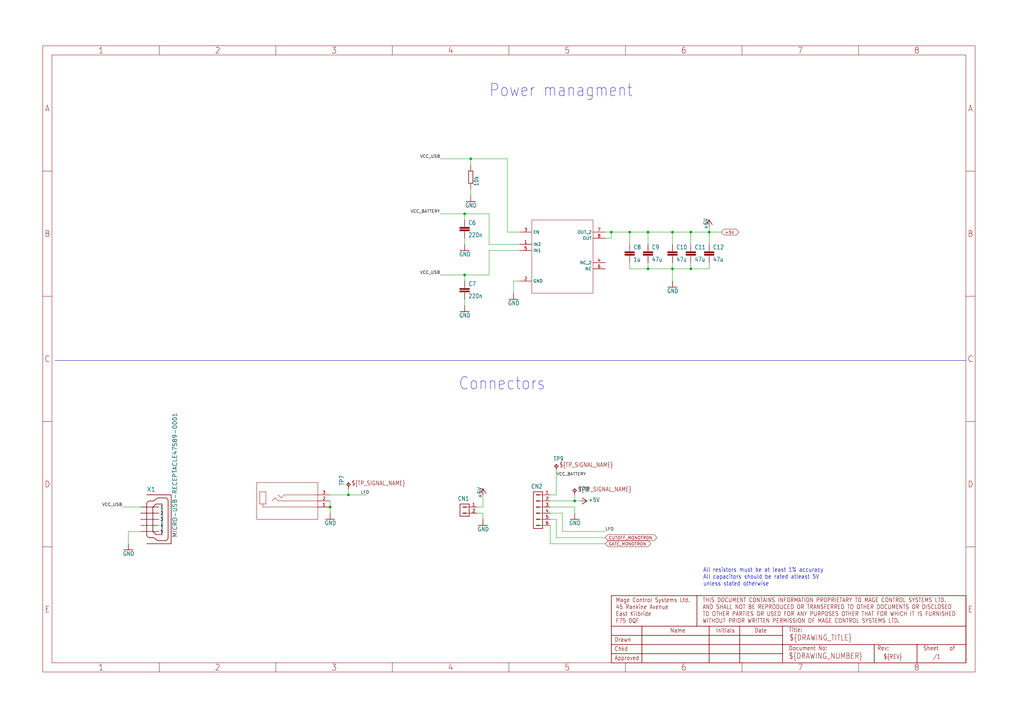
<source format=kicad_sch>
(kicad_sch (version 20230121) (generator eeschema)
  (paper "User" 425.45 298.602)
  (lib_symbols
    (symbol "Monotron-002-eagle-import:+5V" (power)
      (property "Value" "+5V" (at -2.54 -5.08 90))
      (symbol "+5V_1_0"
        (polyline (pts (xy 0 0) (xy -1.27 -1.905)) (stroke (width 0.254)))
        (polyline (pts (xy 1.27 -1.905) (xy 0 0)) (stroke (width 0.254)))
        (pin power_in line (at 0 -2.54 90) (length 2.54) (name "+5V") (number "1"))
      )
    )
    (symbol "Monotron-002-eagle-import:A3L_GENERIC_BORDER"
      (symbol "A3L_GENERIC_BORDER_1_0"
        (polyline (pts (xy 0 52.07) (xy 3.81 52.07)))
        (polyline (pts (xy 0 104.14) (xy 3.81 104.14)))
        (polyline (pts (xy 0 156.21) (xy 3.81 156.21)))
        (polyline (pts (xy 0 208.28) (xy 3.81 208.28)))
        (polyline (pts (xy 3.81 3.81) (xy 3.81 256.54)))
        (polyline (pts (xy 48.4188 0) (xy 48.4188 3.81)))
        (polyline (pts (xy 48.4188 256.54) (xy 48.4188 260.35)))
        (polyline (pts (xy 96.8375 0) (xy 96.8375 3.81)))
        (polyline (pts (xy 96.8375 256.54) (xy 96.8375 260.35)))
        (polyline (pts (xy 145.2563 0) (xy 145.2563 3.81)))
        (polyline (pts (xy 145.2563 256.54) (xy 145.2563 260.35)))
        (polyline (pts (xy 193.675 0) (xy 193.675 3.81)))
        (polyline (pts (xy 193.675 256.54) (xy 193.675 260.35)))
        (polyline (pts (xy 242.0938 0) (xy 242.0938 3.81)))
        (polyline (pts (xy 242.0938 256.54) (xy 242.0938 260.35)))
        (polyline (pts (xy 290.5125 0) (xy 290.5125 3.81)))
        (polyline (pts (xy 290.5125 256.54) (xy 290.5125 260.35)))
        (polyline (pts (xy 338.9313 0) (xy 338.9313 3.81)))
        (polyline (pts (xy 338.9313 256.54) (xy 338.9313 260.35)))
        (polyline (pts (xy 383.54 3.81) (xy 3.81 3.81)))
        (polyline (pts (xy 383.54 3.81) (xy 383.54 256.54)))
        (polyline (pts (xy 383.54 52.07) (xy 387.35 52.07)))
        (polyline (pts (xy 383.54 104.14) (xy 387.35 104.14)))
        (polyline (pts (xy 383.54 156.21) (xy 387.35 156.21)))
        (polyline (pts (xy 383.54 208.28) (xy 387.35 208.28)))
        (polyline (pts (xy 383.54 256.54) (xy 3.81 256.54)))
        (polyline (pts (xy 0 0) (xy 387.35 0) (xy 387.35 260.35) (xy 0 260.35) (xy 0 0)))
        (text "1" (at 24.2094 1.905 0) (effects (font (size 2.54 2.286))))
        (text "1" (at 24.2094 258.445 0) (effects (font (size 2.54 2.286))))
        (text "2" (at 72.6281 1.905 0) (effects (font (size 2.54 2.286))))
        (text "2" (at 72.6281 258.445 0) (effects (font (size 2.54 2.286))))
        (text "3" (at 121.0469 1.905 0) (effects (font (size 2.54 2.286))))
        (text "3" (at 121.0469 258.445 0) (effects (font (size 2.54 2.286))))
        (text "4" (at 169.4656 1.905 0) (effects (font (size 2.54 2.286))))
        (text "4" (at 169.4656 258.445 0) (effects (font (size 2.54 2.286))))
        (text "5" (at 217.8844 1.905 0) (effects (font (size 2.54 2.286))))
        (text "5" (at 217.8844 258.445 0) (effects (font (size 2.54 2.286))))
        (text "6" (at 266.3031 1.905 0) (effects (font (size 2.54 2.286))))
        (text "6" (at 266.3031 258.445 0) (effects (font (size 2.54 2.286))))
        (text "7" (at 314.7219 1.905 0) (effects (font (size 2.54 2.286))))
        (text "7" (at 314.7219 258.445 0) (effects (font (size 2.54 2.286))))
        (text "8" (at 363.1406 1.905 0) (effects (font (size 2.54 2.286))))
        (text "8" (at 363.1406 258.445 0) (effects (font (size 2.54 2.286))))
        (text "A" (at 1.905 234.315 0) (effects (font (size 2.54 2.286))))
        (text "A" (at 385.445 234.315 0) (effects (font (size 2.54 2.286))))
        (text "B" (at 1.905 182.245 0) (effects (font (size 2.54 2.286))))
        (text "B" (at 385.445 182.245 0) (effects (font (size 2.54 2.286))))
        (text "C" (at 1.905 130.175 0) (effects (font (size 2.54 2.286))))
        (text "C" (at 385.445 130.175 0) (effects (font (size 2.54 2.286))))
        (text "D" (at 1.905 78.105 0) (effects (font (size 2.54 2.286))))
        (text "D" (at 385.445 78.105 0) (effects (font (size 2.54 2.286))))
        (text "E" (at 1.905 26.035 0) (effects (font (size 2.54 2.286))))
        (text "E" (at 385.445 26.035 0) (effects (font (size 2.54 2.286))))
      )
    )
    (symbol "Monotron-002-eagle-import:GND" (power)
      (property "Value" "GND" (at -2.54 -2.54 0))
      (symbol "GND_1_0"
        (polyline (pts (xy -1.905 0) (xy 1.905 0)) (stroke (width 0.254)))
        (pin power_in line (at 0 2.54 270) (length 2.54) (name "GND") (number "1"))
      )
    )
    (symbol "Monotron-002-eagle-import:HDR-1X2-SIP-100"
      (property "Reference" "CN" (at -1.905 2.54 0))
      (symbol "HDR-1X2-SIP-100_1_0"
        (polyline (pts (xy -2.54 -2.54) (xy -0.635 -2.54)) (stroke (width 0.1524)))
        (polyline (pts (xy -2.54 0) (xy -0.635 0)) (stroke (width 0.1524)))
        (polyline (pts (xy -1.905 -3.81) (xy -1.905 1.27)) (stroke (width 0.254)))
        (polyline (pts (xy -1.905 -3.81) (xy 1.905 -3.81)) (stroke (width 0.254)))
        (polyline (pts (xy -0.635 -2.54) (xy 0.635 -2.54)) (stroke (width 0.4064)))
        (polyline (pts (xy -0.635 0) (xy 0.635 0)) (stroke (width 0.4064)))
        (polyline (pts (xy 1.905 1.27) (xy -1.905 1.27)) (stroke (width 0.254)))
        (polyline (pts (xy 1.905 1.27) (xy 1.905 -3.81)) (stroke (width 0.254)))
        (pin passive line (at -5.08 0 0) (length 2.54) (name "1") (number "1"))
        (pin passive line (at -5.08 -2.54 0) (length 2.54) (name "2") (number "2"))
      )
    )
    (symbol "Monotron-002-eagle-import:HDR-1X6-SIP-100"
      (property "Reference" "CN" (at -1.905 7.62 0))
      (symbol "HDR-1X6-SIP-100_1_0"
        (polyline (pts (xy -2.54 -7.62) (xy -0.635 -7.62)) (stroke (width 0.1524)))
        (polyline (pts (xy -2.54 -5.08) (xy -0.635 -5.08)) (stroke (width 0.1524)))
        (polyline (pts (xy -2.54 -2.54) (xy -0.635 -2.54)) (stroke (width 0.1524)))
        (polyline (pts (xy -2.54 0) (xy -0.635 0)) (stroke (width 0.1524)))
        (polyline (pts (xy -2.54 2.54) (xy -0.635 2.54)) (stroke (width 0.1524)))
        (polyline (pts (xy -2.54 5.08) (xy -0.635 5.08)) (stroke (width 0.1524)))
        (polyline (pts (xy -1.905 -8.89) (xy -1.905 6.35)) (stroke (width 0.254)))
        (polyline (pts (xy -1.905 -8.89) (xy 1.905 -8.89)) (stroke (width 0.254)))
        (polyline (pts (xy -0.635 -7.62) (xy 0.635 -7.62)) (stroke (width 0.4064)))
        (polyline (pts (xy -0.635 -5.08) (xy 0.635 -5.08)) (stroke (width 0.4064)))
        (polyline (pts (xy -0.635 -2.54) (xy 0.635 -2.54)) (stroke (width 0.4064)))
        (polyline (pts (xy -0.635 0) (xy 0.635 0)) (stroke (width 0.4064)))
        (polyline (pts (xy -0.635 2.54) (xy 0.635 2.54)) (stroke (width 0.4064)))
        (polyline (pts (xy -0.635 5.08) (xy 0.635 5.08)) (stroke (width 0.4064)))
        (polyline (pts (xy 1.905 6.35) (xy -1.905 6.35)) (stroke (width 0.254)))
        (polyline (pts (xy 1.905 6.35) (xy 1.905 -8.89)) (stroke (width 0.254)))
        (pin passive line (at -5.08 5.08 0) (length 2.54) (name "1") (number "1"))
        (pin passive line (at -5.08 2.54 0) (length 2.54) (name "2") (number "2"))
        (pin passive line (at -5.08 0 0) (length 2.54) (name "3") (number "3"))
        (pin passive line (at -5.08 -2.54 0) (length 2.54) (name "4") (number "4"))
        (pin passive line (at -5.08 -5.08 0) (length 2.54) (name "5") (number "5"))
        (pin passive line (at -5.08 -7.62 0) (length 2.54) (name "6") (number "6"))
      )
    )
    (symbol "Monotron-002-eagle-import:MAGE_CONTROL_TITLE_BLOCK"
      (symbol "MAGE_CONTROL_TITLE_BLOCK_1_0"
        (polyline (pts (xy -147.32 3.81) (xy -147.32 0)) (stroke (width 0.254)))
        (polyline (pts (xy -147.32 7.62) (xy -147.32 3.81)) (stroke (width 0.254)))
        (polyline (pts (xy -147.32 11.43) (xy -147.32 7.62)) (stroke (width 0.254)))
        (polyline (pts (xy -147.32 15.24) (xy -147.32 11.43)) (stroke (width 0.254)))
        (polyline (pts (xy -147.32 15.24) (xy -134.62 15.24)) (stroke (width 0.254)))
        (polyline (pts (xy -147.32 27.94) (xy -147.32 15.24)) (stroke (width 0.254)))
        (polyline (pts (xy -134.62 0) (xy -147.32 0)) (stroke (width 0.254)))
        (polyline (pts (xy -134.62 15.24) (xy -134.62 0)) (stroke (width 0.254)))
        (polyline (pts (xy -134.62 15.24) (xy -111.76 15.24)) (stroke (width 0.254)))
        (polyline (pts (xy -111.76 15.24) (xy -111.76 27.94)) (stroke (width 0.254)))
        (polyline (pts (xy -111.76 27.94) (xy -147.32 27.94)) (stroke (width 0.254)))
        (polyline (pts (xy -111.76 27.94) (xy 0 27.94)) (stroke (width 0.254)))
        (polyline (pts (xy -106.68 0) (xy -134.62 0)) (stroke (width 0.254)))
        (polyline (pts (xy -106.68 15.24) (xy -111.76 15.24)) (stroke (width 0.254)))
        (polyline (pts (xy -106.68 15.24) (xy -106.68 0)) (stroke (width 0.254)))
        (polyline (pts (xy -93.98 0) (xy -106.68 0)) (stroke (width 0.254)))
        (polyline (pts (xy -93.98 15.24) (xy -106.68 15.24)) (stroke (width 0.254)))
        (polyline (pts (xy -93.98 15.24) (xy -93.98 0)) (stroke (width 0.254)))
        (polyline (pts (xy -76.2 0) (xy -93.98 0)) (stroke (width 0.254)))
        (polyline (pts (xy -76.2 0) (xy -38.1 0)) (stroke (width 0.254)))
        (polyline (pts (xy -76.2 3.81) (xy -147.32 3.81)) (stroke (width 0.254)))
        (polyline (pts (xy -76.2 3.81) (xy -76.2 0)) (stroke (width 0.254)))
        (polyline (pts (xy -76.2 7.62) (xy -147.32 7.62)) (stroke (width 0.254)))
        (polyline (pts (xy -76.2 7.62) (xy -76.2 3.81)) (stroke (width 0.254)))
        (polyline (pts (xy -76.2 7.62) (xy -38.1 7.62)) (stroke (width 0.254)))
        (polyline (pts (xy -76.2 11.43) (xy -147.32 11.43)) (stroke (width 0.254)))
        (polyline (pts (xy -76.2 11.43) (xy -76.2 7.62)) (stroke (width 0.254)))
        (polyline (pts (xy -76.2 15.24) (xy -93.98 15.24)) (stroke (width 0.254)))
        (polyline (pts (xy -76.2 15.24) (xy -76.2 11.43)) (stroke (width 0.254)))
        (polyline (pts (xy -38.1 0) (xy -20.32 0)) (stroke (width 0.254)))
        (polyline (pts (xy -38.1 7.62) (xy -38.1 0)) (stroke (width 0.254)))
        (polyline (pts (xy -38.1 7.62) (xy -20.32 7.62)) (stroke (width 0.254)))
        (polyline (pts (xy -20.32 0) (xy -20.32 7.62)) (stroke (width 0.254)))
        (polyline (pts (xy -20.32 0) (xy 0 0)) (stroke (width 0.254)))
        (polyline (pts (xy -20.32 7.62) (xy 0 7.62)) (stroke (width 0.254)))
        (polyline (pts (xy 0 0) (xy 0 7.62)) (stroke (width 0.254)))
        (polyline (pts (xy 0 7.62) (xy 0 15.24)) (stroke (width 0.254)))
        (polyline (pts (xy 0 15.24) (xy -76.2 15.24)) (stroke (width 0.254)))
        (polyline (pts (xy 0 27.94) (xy 0 15.24)) (stroke (width 0.254)))
        (text "${#}/${##}" (at -13.716 1.524 0) (effects (font (size 1.778 1.5113)) (justify left bottom)))
        (text "${DRAWING_NUMBER}" (at -73.66 1.524 0) (effects (font (size 2.286 1.9431)) (justify left bottom)))
        (text "${DRAWING_TITLE}" (at -73.406 9.144 0) (effects (font (size 2.286 1.9431)) (justify left bottom)))
        (text "${REV}" (at -34.29 1.524 0) (effects (font (size 1.778 1.5113)) (justify left bottom)))
        (text "Approved" (at -146.05 1.016 0) (effects (font (size 1.778 1.5113)) (justify left bottom)))
        (text "Chkd" (at -146.05 4.826 0) (effects (font (size 1.778 1.5113)) (justify left bottom)))
        (text "Date" (at -87.884 12.446 0) (effects (font (size 1.778 1.5113)) (justify left bottom)))
        (text "Document No:" (at -73.66 5.08 0) (effects (font (size 1.778 1.5113)) (justify left bottom)))
        (text "Drawn" (at -146.05 8.636 0) (effects (font (size 1.778 1.5113)) (justify left bottom)))
        (text "Initials" (at -103.886 12.446 0) (effects (font (size 1.778 1.5113)) (justify left bottom)))
        (text "Mage Control Systems Ltd.\n45 Rankine Avenue\nEast Kilbride\nF75 0QF" (at -145.542 16.51 0) (effects (font (size 1.778 1.5113)) (justify left bottom)))
        (text "Name" (at -122.936 12.446 0) (effects (font (size 1.778 1.5113)) (justify left bottom)))
        (text "Rev:" (at -36.83 5.08 0) (effects (font (size 1.778 1.5113)) (justify left bottom)))
        (text "Sheet    of" (at -17.78 5.08 0) (effects (font (size 1.778 1.5113)) (justify left bottom)))
        (text "THIS DOCUMENT CONTAINS INFORMATION PROPRIETARY TO MAGE CONTROL SYSTEMS LTD.\nAND SHALL NOT BE REPRODUCED OR TRANSFERRED TO OTHER DOCUMENTS OR DISCLOSED\nTO OTHER PARTIES OR USED FOR ANY PURPOSES OTHER THAT FOR WHICH IT IS FURNISHED\nWITHOUT PRIOR WRITTEN PERMISSION OF MAGE CONTROL SYSTEMS LTD." (at -109.474 16.51 0) (effects (font (size 1.778 1.5113)) (justify left bottom)))
        (text "Title:" (at -73.66 12.7 0) (effects (font (size 1.778 1.5113)) (justify left bottom)))
      )
    )
    (symbol "Monotron-002-eagle-import:MICRO-USB-RECEPTACLE47589-0001"
      (property "Reference" "X" (at -2.54 11.43 0))
      (symbol "MICRO-USB-RECEPTACLE47589-0001_1_0"
        (arc (start -2.54 -6.35) (mid -2.168 -7.248) (end -1.27 -7.62) (stroke (width 0.254)))
        (arc (start -1.27 7.62) (mid -2.168 7.248) (end -2.54 6.35) (stroke (width 0.254)))
        (polyline (pts (xy -2.54 6.35) (xy -2.54 -6.35)) (stroke (width 0.254)))
        (polyline (pts (xy -2.54 10.16) (xy 7.62 10.16)) (stroke (width 0.254)))
        (polyline (pts (xy -1.27 -7.62) (xy 0 -7.62)) (stroke (width 0.254)))
        (polyline (pts (xy -1.27 7.62) (xy 0 7.62)) (stroke (width 0.254)))
        (polyline (pts (xy 0 -5.08) (xy 1.27 -6.35)) (stroke (width 0.254)))
        (polyline (pts (xy 0 5.08) (xy 0 -5.08)) (stroke (width 0.254)))
        (polyline (pts (xy 1.27 -6.35) (xy 3.81 -6.35)) (stroke (width 0.254)))
        (polyline (pts (xy 1.27 6.35) (xy 0 5.08)) (stroke (width 0.254)))
        (polyline (pts (xy 2.54 -8.89) (xy 5.08 -8.89)) (stroke (width 0.254)))
        (polyline (pts (xy 2.54 8.89) (xy 5.08 8.89)) (stroke (width 0.254)))
        (polyline (pts (xy 3.81 -6.35) (xy 3.81 6.35)) (stroke (width 0.254)))
        (polyline (pts (xy 3.81 6.35) (xy 1.27 6.35)) (stroke (width 0.254)))
        (polyline (pts (xy 6.35 -7.62) (xy 6.35 7.62)) (stroke (width 0.254)))
        (polyline (pts (xy 7.62 -10.16) (xy -2.54 -10.16)) (stroke (width 0.254)))
        (polyline (pts (xy 7.62 10.16) (xy 7.62 -10.16)) (stroke (width 0.254)))
        (arc (start 0 7.62) (mid 0.568 7.7541) (end 1.016 8.128) (stroke (width 0.254)))
        (arc (start 1.016 -8.128) (mid 0.568 -7.7541) (end 0 -7.62) (stroke (width 0.254)))
        (arc (start 1.016 -8.128) (mid 1.6881 -8.6889) (end 2.5401 -8.89) (stroke (width 0.254)))
        (arc (start 2.5401 8.89) (mid 1.6881 8.6889) (end 1.016 8.128) (stroke (width 0.254)))
        (arc (start 5.08 -8.89) (mid 5.978 -8.518) (end 6.35 -7.62) (stroke (width 0.254)))
        (arc (start 6.35 7.62) (mid 5.978 8.518) (end 5.08 8.89) (stroke (width 0.254)))
        (pin input line (at -5.08 5.08 0) (length 7.62) (name "1") (number "1"))
        (pin input line (at -5.08 2.54 0) (length 7.62) (name "2") (number "2"))
        (pin input line (at -5.08 0 0) (length 7.62) (name "3") (number "3"))
        (pin input line (at -5.08 -2.54 0) (length 7.62) (name "4") (number "4"))
        (pin input line (at -5.08 -5.08 0) (length 7.62) (name "5") (number "5"))
      )
    )
    (symbol "Monotron-002-eagle-import:R-EU_R0603"
      (property "Reference" "R" (at -3.81 1.4986 0))
      (symbol "R-EU_R0603_1_0"
        (polyline (pts (xy -2.54 -0.889) (xy -2.54 0.889)) (stroke (width 0.254)))
        (polyline (pts (xy -2.54 -0.889) (xy 2.54 -0.889)) (stroke (width 0.254)))
        (polyline (pts (xy 2.54 -0.889) (xy 2.54 0.889)) (stroke (width 0.254)))
        (polyline (pts (xy 2.54 0.889) (xy -2.54 0.889)) (stroke (width 0.254)))
        (pin passive line (at -5.08 0 0) (length 2.54) (name "1") (number "1"))
        (pin passive line (at 5.08 0 180) (length 2.54) (name "2") (number "2"))
      )
    )
    (symbol "Monotron-002-eagle-import:STX-3000"
      (symbol "STX-3000_1_0"
        (polyline (pts (xy -33.02 -10.16) (xy -7.62 -10.16)) (stroke (width 0.1524)))
        (polyline (pts (xy -33.02 5.08) (xy -33.02 -10.16)) (stroke (width 0.1524)))
        (polyline (pts (xy -31.75 -6.35) (xy -31.75 -1.27)) (stroke (width 0.1524)))
        (polyline (pts (xy -31.75 -1.27) (xy -29.21 -1.27)) (stroke (width 0.1524)))
        (polyline (pts (xy -30.48 0) (xy -30.48 -1.27)) (stroke (width 0.1524)))
        (polyline (pts (xy -29.21 -6.35) (xy -31.75 -6.35)) (stroke (width 0.1524)))
        (polyline (pts (xy -29.21 -1.27) (xy -29.21 -6.35)) (stroke (width 0.1524)))
        (polyline (pts (xy -25.4 -3.81) (xy -26.67 -2.54)) (stroke (width 0.1524)))
        (polyline (pts (xy -25.4 -3.81) (xy -24.13 -2.54)) (stroke (width 0.1524)))
        (polyline (pts (xy -22.86 -3.81) (xy -24.13 -5.08)) (stroke (width 0.1524)))
        (polyline (pts (xy -21.59 -5.08) (xy -22.86 -3.81)) (stroke (width 0.1524)))
        (polyline (pts (xy -7.62 -10.16) (xy -7.62 -5.08)) (stroke (width 0.1524)))
        (polyline (pts (xy -7.62 -5.08) (xy -21.59 -5.08)) (stroke (width 0.1524)))
        (polyline (pts (xy -7.62 -5.08) (xy -7.62 -2.54)) (stroke (width 0.1524)))
        (polyline (pts (xy -7.62 -2.54) (xy -24.13 -2.54)) (stroke (width 0.1524)))
        (polyline (pts (xy -7.62 -2.54) (xy -7.62 0)) (stroke (width 0.1524)))
        (polyline (pts (xy -7.62 0) (xy -30.48 0)) (stroke (width 0.1524)))
        (polyline (pts (xy -7.62 0) (xy -7.62 5.08)) (stroke (width 0.1524)))
        (polyline (pts (xy -7.62 5.08) (xy -33.02 5.08)) (stroke (width 0.1524)))
        (pin passive line (at -2.54 0 180) (length 5.08) (name "1") (number "1"))
        (pin passive line (at -2.54 -2.54 180) (length 5.08) (name "2") (number "2"))
        (pin passive line (at -2.54 -5.08 180) (length 5.08) (name "3") (number "3"))
      )
    )
    (symbol "Monotron-002-eagle-import:TPB1,27"
      (property "Reference" "TP" (at -1.27 1.27 0))
      (symbol "TPB1,27_1_0"
        (polyline (pts (xy -0.762 -0.762) (xy 0 0)) (stroke (width 0.254)))
        (polyline (pts (xy 0 -1.524) (xy -0.762 -0.762)) (stroke (width 0.254)))
        (polyline (pts (xy 0 0) (xy 0.762 -0.762)) (stroke (width 0.254)))
        (polyline (pts (xy 0.762 -0.762) (xy 0 -1.524)) (stroke (width 0.254)))
        (text "${TP_SIGNAL_NAME}" (at 1.27 -1.27 0) (effects (font (size 1.778 1.5113)) (justify left bottom)))
        (pin input line (at 0 -2.54 90) (length 2.54) (name "TP") (number "TP"))
      )
    )
    (symbol "Monotron-002-eagle-import:TPS2105D"
      (symbol "TPS2105D_1_0"
        (polyline (pts (xy 7.62 -25.4) (xy 33.02 -25.4)) (stroke (width 0.1524)))
        (polyline (pts (xy 7.62 5.08) (xy 7.62 -25.4)) (stroke (width 0.1524)))
        (polyline (pts (xy 33.02 -25.4) (xy 33.02 5.08)) (stroke (width 0.1524)))
        (polyline (pts (xy 33.02 5.08) (xy 7.62 5.08)) (stroke (width 0.1524)))
        (pin input line (at 2.54 -5.08 0) (length 5.08) (name "IN2") (number "1"))
        (pin power_in line (at 2.54 -20.32 0) (length 5.08) (name "GND") (number "2"))
        (pin input line (at 2.54 0 0) (length 5.08) (name "EN") (number "3"))
        (pin passive line (at 38.1 -12.7 180) (length 5.08) (name "NC_2") (number "4"))
        (pin input line (at 2.54 -7.62 0) (length 5.08) (name "IN1") (number "5"))
        (pin passive line (at 38.1 -15.24 180) (length 5.08) (name "NC") (number "6"))
        (pin output line (at 38.1 0 180) (length 5.08) (name "OUT_2") (number "7"))
        (pin output line (at 38.1 -2.54 180) (length 5.08) (name "OUT") (number "8"))
      )
    )
    (symbol "Monotron-002-eagle-import:rcl_C-EUC0603"
      (property "Reference" "C" (at 1.524 0.381 0))
      (symbol "rcl_C-EUC0603_1_0"
        (rectangle (start -2.032 -2.032) (end 2.032 -1.524) (fill (type outline)))
        (rectangle (start -2.032 -1.016) (end 2.032 -0.508) (fill (type outline)))
        (polyline (pts (xy 0 -2.54) (xy 0 -2.032)) (stroke (width 0.1524)))
        (polyline (pts (xy 0 0) (xy 0 -0.508)) (stroke (width 0.1524)))
        (pin passive line (at 0 2.54 270) (length 2.54) (name "1") (number "1"))
        (pin passive line (at 0 -5.08 90) (length 2.54) (name "2") (number "2"))
      )
    )
    (symbol "Monotron-002-eagle-import:rcl_C-EUC0805"
      (property "Reference" "C" (at 1.524 0.381 0))
      (symbol "rcl_C-EUC0805_1_0"
        (rectangle (start -2.032 -2.032) (end 2.032 -1.524) (fill (type outline)))
        (rectangle (start -2.032 -1.016) (end 2.032 -0.508) (fill (type outline)))
        (polyline (pts (xy 0 -2.54) (xy 0 -2.032)) (stroke (width 0.1524)))
        (polyline (pts (xy 0 0) (xy 0 -0.508)) (stroke (width 0.1524)))
        (pin passive line (at 0 2.54 270) (length 2.54) (name "1") (number "1"))
        (pin passive line (at 0 -5.08 90) (length 2.54) (name "2") (number "2"))
      )
    )
  )
  (junction (at 287.02 111.76))
  (junction (at 193.04 114.3))
  (junction (at 238.76 208.28))
  (junction (at 294.64 96.52))
  (junction (at 144.78 205.74))
  (junction (at 193.04 88.9))
  (junction (at 269.24 111.76))
  (junction (at 261.62 96.52))
  (junction (at 137.16 210.82))
  (junction (at 254 96.52))
  (junction (at 287.02 96.52))
  (junction (at 269.24 96.52))
  (junction (at 279.4 96.52))
  (junction (at 195.58 66.04))
  (junction (at 279.4 111.76))
  (wire (pts (xy 195.58 68.58) (xy 195.58 66.04)) (stroke (width 0.1524)))
  (wire (pts (xy 215.9 96.52) (xy 210.82 96.52)) (stroke (width 0.1524)))
  (wire (pts (xy 231.14 205.74) (xy 231.14 195.58)) (stroke (width 0.1524)))
  (wire (pts (xy 231.14 205.74) (xy 228.6 205.74)) (stroke (width 0.1524)))
  (wire (pts (xy 279.4 111.76) (xy 279.4 116.84)) (stroke (width 0.1524)))
  (wire (pts (xy 210.82 66.04) (xy 195.58 66.04)) (stroke (width 0.1524)))
  (wire (pts (xy 228.6 215.9) (xy 231.14 215.9)) (stroke (width 0.1524)))
  (wire (pts (xy 261.62 109.22) (xy 261.62 111.76)) (stroke (width 0.1524)))
  (wire (pts (xy 203.2 101.6) (xy 203.2 88.9)) (stroke (width 0.1524)))
  (wire (pts (xy 53.34 220.98) (xy 58.42 220.98)) (stroke (width 0.1524)))
  (wire (pts (xy 58.42 210.82) (xy 50.8 210.82)) (stroke (width 0.1524)))
  (wire (pts (xy 228.6 213.36) (xy 233.68 213.36)) (stroke (width 0.1524)))
  (wire (pts (xy 287.02 111.76) (xy 294.64 111.76)) (stroke (width 0.1524)))
  (wire (pts (xy 213.36 121.92) (xy 213.36 116.84)) (stroke (width 0.1524)))
  (wire (pts (xy 228.6 226.06) (xy 228.6 218.44)) (stroke (width 0.1524)))
  (wire (pts (xy 198.12 210.82) (xy 200.66 210.82)) (stroke (width 0.1524)))
  (wire (pts (xy 238.76 205.74) (xy 238.76 208.28)) (stroke (width 0.1524)))
  (wire (pts (xy 203.2 104.14) (xy 203.2 114.3)) (stroke (width 0.1524)))
  (wire (pts (xy 251.46 99.06) (xy 254 99.06)) (stroke (width 0.1524)))
  (wire (pts (xy 269.24 111.76) (xy 279.4 111.76)) (stroke (width 0.1524)))
  (wire (pts (xy 233.68 213.36) (xy 233.68 220.98)) (stroke (width 0.1524)))
  (wire (pts (xy 144.78 205.74) (xy 152.4 205.74)) (stroke (width 0.1524)))
  (wire (pts (xy 287.02 101.6) (xy 287.02 96.52)) (stroke (width 0.1524)))
  (wire (pts (xy 137.16 205.74) (xy 144.78 205.74)) (stroke (width 0.1524)))
  (wire (pts (xy 213.36 116.84) (xy 215.9 116.84)) (stroke (width 0.1524)))
  (wire (pts (xy 269.24 109.22) (xy 269.24 111.76)) (stroke (width 0.1524)))
  (wire (pts (xy 279.4 111.76) (xy 287.02 111.76)) (stroke (width 0.1524)))
  (wire (pts (xy 279.4 96.52) (xy 287.02 96.52)) (stroke (width 0.1524)))
  (wire (pts (xy 261.62 111.76) (xy 269.24 111.76)) (stroke (width 0.1524)))
  (wire (pts (xy 279.4 96.52) (xy 269.24 96.52)) (stroke (width 0.1524)))
  (wire (pts (xy 137.16 210.82) (xy 137.16 213.36)) (stroke (width 0.1524)))
  (wire (pts (xy 193.04 101.6) (xy 193.04 99.06)) (stroke (width 0.1524)))
  (wire (pts (xy 200.66 213.36) (xy 198.12 213.36)) (stroke (width 0.1524)))
  (wire (pts (xy 238.76 210.82) (xy 238.76 213.36)) (stroke (width 0.1524)))
  (wire (pts (xy 254 96.52) (xy 261.62 96.52)) (stroke (width 0.1524)))
  (wire (pts (xy 294.64 111.76) (xy 294.64 109.22)) (stroke (width 0.1524)))
  (wire (pts (xy 193.04 91.44) (xy 193.04 88.9)) (stroke (width 0.1524)))
  (wire (pts (xy 231.14 223.52) (xy 251.46 223.52)) (stroke (width 0.1524)))
  (wire (pts (xy 193.04 114.3) (xy 182.88 114.3)) (stroke (width 0.1524)))
  (wire (pts (xy 228.6 226.06) (xy 251.46 226.06)) (stroke (width 0.1524)))
  (wire (pts (xy 233.68 220.98) (xy 251.46 220.98)) (stroke (width 0.1524)))
  (wire (pts (xy 231.14 215.9) (xy 231.14 223.52)) (stroke (width 0.1524)))
  (wire (pts (xy 261.62 96.52) (xy 269.24 96.52)) (stroke (width 0.1524)))
  (wire (pts (xy 193.04 116.84) (xy 193.04 114.3)) (stroke (width 0.1524)))
  (wire (pts (xy 279.4 109.22) (xy 279.4 111.76)) (stroke (width 0.1524)))
  (wire (pts (xy 195.58 81.28) (xy 195.58 78.74)) (stroke (width 0.1524)))
  (wire (pts (xy 200.66 215.9) (xy 200.66 213.36)) (stroke (width 0.1524)))
  (wire (pts (xy 238.76 208.28) (xy 241.3 208.28)) (stroke (width 0.1524)))
  (wire (pts (xy 215.9 101.6) (xy 203.2 101.6)) (stroke (width 0.1524)))
  (wire (pts (xy 137.16 208.28) (xy 137.16 210.82)) (stroke (width 0.1524)))
  (wire (pts (xy 228.6 210.82) (xy 238.76 210.82)) (stroke (width 0.1524)))
  (wire (pts (xy 294.64 96.52) (xy 294.64 93.98)) (stroke (width 0.1524)))
  (wire (pts (xy 193.04 88.9) (xy 182.88 88.9)) (stroke (width 0.1524)))
  (wire (pts (xy 294.64 96.52) (xy 294.64 101.6)) (stroke (width 0.1524)))
  (wire (pts (xy 193.04 127) (xy 193.04 124.46)) (stroke (width 0.1524)))
  (wire (pts (xy 269.24 101.6) (xy 269.24 96.52)) (stroke (width 0.1524)))
  (wire (pts (xy 228.6 208.28) (xy 238.76 208.28)) (stroke (width 0.1524)))
  (wire (pts (xy 203.2 114.3) (xy 193.04 114.3)) (stroke (width 0.1524)))
  (wire (pts (xy 203.2 88.9) (xy 193.04 88.9)) (stroke (width 0.1524)))
  (wire (pts (xy 210.82 96.52) (xy 210.82 66.04)) (stroke (width 0.1524)))
  (wire (pts (xy 287.02 96.52) (xy 294.64 96.52)) (stroke (width 0.1524)))
  (wire (pts (xy 195.58 66.04) (xy 182.88 66.04)) (stroke (width 0.1524)))
  (wire (pts (xy 294.64 96.52) (xy 299.72 96.52)) (stroke (width 0.1524)))
  (wire (pts (xy 279.4 101.6) (xy 279.4 96.52)) (stroke (width 0.1524)))
  (wire (pts (xy 261.62 101.6) (xy 261.62 96.52)) (stroke (width 0.1524)))
  (wire (pts (xy 287.02 109.22) (xy 287.02 111.76)) (stroke (width 0.1524)))
  (polyline (pts (xy 22.86 149.86) (xy 401.32 149.86)) (stroke (width 0.1524) (type solid)))
  (wire (pts (xy 254 96.52) (xy 251.46 96.52)) (stroke (width 0.1524)))
  (wire (pts (xy 53.34 226.06) (xy 53.34 220.98)) (stroke (width 0.1524)))
  (wire (pts (xy 200.66 210.82) (xy 200.66 205.74)) (stroke (width 0.1524)))
  (wire (pts (xy 254 99.06) (xy 254 96.52)) (stroke (width 0.1524)))
  (wire (pts (xy 144.78 203.2) (xy 144.78 205.74)) (stroke (width 0.1524)))
  (wire (pts (xy 215.9 104.14) (xy 203.2 104.14)) (stroke (width 0.1524)))
  (text "Power managment" (at 203.2 40.64 0) (effects (font (size 5.08 4.318)) (justify left bottom)))
  (text "Connectors" (at 190.5 162.56 0) (effects (font (size 5.08 4.318)) (justify left bottom)))
  (text "All resistors must be at least 1% accuracy\nAll capacitors should be rated atleast 5V\nunless stated otherwise" (at 292.1 243.84 0) (effects (font (size 1.778 1.5113)) (justify left bottom)))
  (label "LFO" (at 251.46 220.98 0) (effects (font (size 1.2446 1.2446))))
  (label "VCC_USB" (at 50.8 210.82 180) (effects (font (size 1.2446 1.2446))))
  (label "VCC_USB" (at 182.88 66.04 180) (effects (font (size 1.2446 1.2446))))
  (label "VCC_BATTERY" (at 231.14 198.12 0) (effects (font (size 1.2446 1.2446))))
  (label "VCC_BATTERY" (at 182.88 88.9 180) (effects (font (size 1.2446 1.2446))))
  (label "VCC_USB" (at 182.88 114.3 180) (effects (font (size 1.2446 1.2446))))
  (label "LFO" (at 149.86 205.74 0) (effects (font (size 1.2446 1.2446))))
  (global_label "+5V" (shape bidirectional) (at 299.72 96.52 0) (effects (font (size 1.2446 1.2446))) (property "Intersheetrefs" "${INTERSHEET_REFS}" (effects hide)))
  (global_label "CUTOFF_MONOTRON" (shape bidirectional) (at 251.46 223.52 0) (effects (font (size 1.2446 1.2446))) (property "Intersheetrefs" "${INTERSHEET_REFS}" (effects hide)))
  (global_label "GATE_MONOTRON" (shape bidirectional) (at 251.46 226.06 0) (effects (font (size 1.2446 1.2446))) (property "Intersheetrefs" "${INTERSHEET_REFS}" (effects hide)))
  (symbol (lib_id "Monotron-002-eagle-import:GND") (at 279.4 119.38 0) (mirror y) (unit 1)
    (property "Reference" "#GND5" (effects hide))
    (property "Value" "GND" (at 281.94 121.92 0) (effects (font (size 1.778 1.5113)) (justify left bottom)))
  )
  (symbol (lib_id "Monotron-002-eagle-import:+5V") (at 294.64 91.44 0) (unit 1)
    (property "Reference" "#P+4" (effects hide))
    (property "Value" "+5V" (at 292.354 90.678 90) (effects (font (size 1.778 1.5113)) (justify right top)))
  )
  (symbol (lib_id "Monotron-002-eagle-import:STX-3000") (at 139.7 210.82 0) (mirror x) (unit 1)
    (property "Reference" "J4" (effects hide))
    (property "Value" "STX-3000" (effects hide))
    (property "Footprint" "Monotron-002:STX-3000_KYC" (effects hide))
  )
  (symbol (lib_id "Monotron-002-eagle-import:GND") (at 195.58 83.82 0) (mirror y) (unit 1)
    (property "Reference" "#GND4" (effects hide))
    (property "Value" "GND" (at 198.12 86.36 0) (effects (font (size 1.778 1.5113)) (justify left bottom)))
  )
  (symbol (lib_id "Monotron-002-eagle-import:rcl_C-EUC0805") (at 294.64 104.14 0) (unit 1)
    (property "Reference" "C12" (at 296.164 103.759 0) (effects (font (size 1.778 1.5113)) (justify left bottom)))
    (property "Value" "47u" (at 296.164 108.839 0) (effects (font (size 1.778 1.5113)) (justify left bottom)))
    (property "Footprint" "Monotron-002:C0805" (effects hide))
  )
  (symbol (lib_id "Monotron-002-eagle-import:rcl_C-EUC0805") (at 269.24 104.14 0) (unit 1)
    (property "Reference" "C9" (at 270.764 103.759 0) (effects (font (size 1.778 1.5113)) (justify left bottom)))
    (property "Value" "47u" (at 270.764 108.839 0) (effects (font (size 1.778 1.5113)) (justify left bottom)))
    (property "Footprint" "Monotron-002:C0805" (effects hide))
  )
  (symbol (lib_id "Monotron-002-eagle-import:+5V") (at 243.84 208.28 270) (unit 1)
    (property "Reference" "#P+6" (effects hide))
    (property "Value" "+5V" (at 244.348 208.788 90) (effects (font (size 1.778 1.5113)) (justify left bottom)))
  )
  (symbol (lib_id "Monotron-002-eagle-import:rcl_C-EUC0805") (at 287.02 104.14 0) (unit 1)
    (property "Reference" "C11" (at 288.544 103.759 0) (effects (font (size 1.778 1.5113)) (justify left bottom)))
    (property "Value" "47u" (at 288.544 108.839 0) (effects (font (size 1.778 1.5113)) (justify left bottom)))
    (property "Footprint" "Monotron-002:C0805" (effects hide))
  )
  (symbol (lib_id "Monotron-002-eagle-import:rcl_C-EUC0603") (at 261.62 104.14 0) (unit 1)
    (property "Reference" "C8" (at 263.144 103.759 0) (effects (font (size 1.778 1.5113)) (justify left bottom)))
    (property "Value" "1u" (at 263.144 108.839 0) (effects (font (size 1.778 1.5113)) (justify left bottom)))
    (property "Footprint" "Monotron-002:C0603" (effects hide))
  )
  (symbol (lib_id "Monotron-002-eagle-import:rcl_C-EUC0603") (at 193.04 119.38 0) (unit 1)
    (property "Reference" "C7" (at 194.564 118.999 0) (effects (font (size 1.778 1.5113)) (justify left bottom)))
    (property "Value" "220n" (at 194.564 124.079 0) (effects (font (size 1.778 1.5113)) (justify left bottom)))
    (property "Footprint" "Monotron-002:C0603" (effects hide))
  )
  (symbol (lib_id "Monotron-002-eagle-import:MAGE_CONTROL_TITLE_BLOCK") (at 401.32 275.59 0) (unit 1)
    (property "Reference" "#A3" (effects hide))
    (property "Value" "MAGE_CONTROL_TITLE_BLOCK" (effects hide))
  )
  (symbol (lib_id "Monotron-002-eagle-import:GND") (at 53.34 228.6 0) (mirror y) (unit 1)
    (property "Reference" "#GND6" (effects hide))
    (property "Value" "GND" (at 55.88 231.14 0) (effects (font (size 1.778 1.5113)) (justify left bottom)))
  )
  (symbol (lib_id "Monotron-002-eagle-import:TPB1,27") (at 231.14 193.04 0) (unit 1)
    (property "Reference" "TP9" (at 229.87 191.77 0) (effects (font (size 1.778 1.5113)) (justify left bottom)))
    (property "Value" "TPB1,27" (effects hide))
    (property "Footprint" "Monotron-002:B1,27" (effects hide))
  )
  (symbol (lib_id "Monotron-002-eagle-import:HDR-1X2-SIP-100") (at 193.04 210.82 0) (mirror y) (unit 1)
    (property "Reference" "CN1" (at 194.945 208.28 0) (effects (font (size 1.778 1.5113)) (justify left bottom)))
    (property "Value" "HDR-1X2-SIP-100" (effects hide))
    (property "Footprint" "Monotron-002:SIP-100-2V" (effects hide))
  )
  (symbol (lib_id "Monotron-002-eagle-import:+5V") (at 200.66 203.2 0) (unit 1)
    (property "Reference" "#P+5" (effects hide))
    (property "Value" "+5V" (at 198.374 202.438 90) (effects (font (size 1.778 1.5113)) (justify right top)))
  )
  (symbol (lib_id "Monotron-002-eagle-import:GND") (at 193.04 129.54 0) (mirror y) (unit 1)
    (property "Reference" "#GND2" (effects hide))
    (property "Value" "GND" (at 195.58 132.08 0) (effects (font (size 1.778 1.5113)) (justify left bottom)))
  )
  (symbol (lib_id "Monotron-002-eagle-import:HDR-1X6-SIP-100") (at 223.52 210.82 0) (mirror y) (unit 1)
    (property "Reference" "CN2" (at 225.425 203.2 0) (effects (font (size 1.778 1.5113)) (justify left bottom)))
    (property "Value" "HDR-1X6-SIP-100" (effects hide))
    (property "Footprint" "Monotron-002:SIP-100-6V" (effects hide))
  )
  (symbol (lib_id "Monotron-002-eagle-import:GND") (at 137.16 215.9 0) (mirror y) (unit 1)
    (property "Reference" "#GND20" (effects hide))
    (property "Value" "GND" (at 139.7 218.44 0) (effects (font (size 1.778 1.5113)) (justify left bottom)))
  )
  (symbol (lib_id "Monotron-002-eagle-import:TPS2105D") (at 213.36 96.52 0) (unit 1)
    (property "Reference" "U1" (effects hide))
    (property "Value" "TPS2105D" (effects hide))
    (property "Footprint" "Monotron-002:D8" (effects hide))
  )
  (symbol (lib_id "Monotron-002-eagle-import:rcl_C-EUC0805") (at 279.4 104.14 0) (unit 1)
    (property "Reference" "C10" (at 280.924 103.759 0) (effects (font (size 1.778 1.5113)) (justify left bottom)))
    (property "Value" "47u" (at 280.924 108.839 0) (effects (font (size 1.778 1.5113)) (justify left bottom)))
    (property "Footprint" "Monotron-002:C0805" (effects hide))
  )
  (symbol (lib_id "Monotron-002-eagle-import:GND") (at 200.66 218.44 0) (mirror y) (unit 1)
    (property "Reference" "#GND19" (effects hide))
    (property "Value" "GND" (at 203.2 220.98 0) (effects (font (size 1.778 1.5113)) (justify left bottom)))
  )
  (symbol (lib_id "Monotron-002-eagle-import:GND") (at 238.76 215.9 0) (mirror y) (unit 1)
    (property "Reference" "#GND7" (effects hide))
    (property "Value" "GND" (at 241.3 218.44 0) (effects (font (size 1.778 1.5113)) (justify left bottom)))
  )
  (symbol (lib_id "Monotron-002-eagle-import:GND") (at 193.04 104.14 0) (mirror y) (unit 1)
    (property "Reference" "#GND3" (effects hide))
    (property "Value" "GND" (at 195.58 106.68 0) (effects (font (size 1.778 1.5113)) (justify left bottom)))
  )
  (symbol (lib_id "Monotron-002-eagle-import:A3L_GENERIC_BORDER") (at 17.78 279.4 0) (unit 1)
    (property "Reference" "#B3" (effects hide))
    (property "Value" "A3L_GENERIC_BORDER" (effects hide))
  )
  (symbol (lib_id "Monotron-002-eagle-import:GND") (at 213.36 124.46 0) (mirror y) (unit 1)
    (property "Reference" "#GND1" (effects hide))
    (property "Value" "GND" (at 215.9 127 0) (effects (font (size 1.778 1.5113)) (justify left bottom)))
  )
  (symbol (lib_id "Monotron-002-eagle-import:R-EU_R0603") (at 195.58 73.66 90) (unit 1)
    (property "Reference" "R21" (effects hide))
    (property "Value" "10k" (at 198.882 77.47 0) (effects (font (size 1.778 1.5113)) (justify left bottom)))
    (property "Footprint" "Monotron-002:R0603" (effects hide))
  )
  (symbol (lib_id "Monotron-002-eagle-import:rcl_C-EUC0603") (at 193.04 93.98 0) (unit 1)
    (property "Reference" "C6" (at 194.564 93.599 0) (effects (font (size 1.778 1.5113)) (justify left bottom)))
    (property "Value" "220n" (at 194.564 98.679 0) (effects (font (size 1.778 1.5113)) (justify left bottom)))
    (property "Footprint" "Monotron-002:C0603" (effects hide))
  )
  (symbol (lib_id "Monotron-002-eagle-import:TPB1,27") (at 238.76 203.2 0) (unit 1)
    (property "Reference" "TP8" (at 240.538 204.47 0) (effects (font (size 1.778 1.5113)) (justify left bottom)))
    (property "Value" "TPB1,27" (effects hide))
    (property "Footprint" "Monotron-002:B1,27" (effects hide))
  )
  (symbol (lib_id "Monotron-002-eagle-import:TPB1,27") (at 144.78 200.66 0) (unit 1)
    (property "Reference" "TP7" (at 143.002 201.93 90) (effects (font (size 1.778 1.5113)) (justify left bottom)))
    (property "Value" "TPB1,27" (effects hide))
    (property "Footprint" "Monotron-002:B1,27" (effects hide))
  )
  (symbol (lib_id "Monotron-002-eagle-import:MICRO-USB-RECEPTACLE47589-0001") (at 63.5 215.9 0) (unit 1)
    (property "Reference" "X1" (at 60.96 204.47 0) (effects (font (size 1.778 1.778)) (justify left bottom)))
    (property "Value" "MICRO-USB-RECEPTACLE47589-0001" (at 73.66 223.52 90) (effects (font (size 1.778 1.778)) (justify left bottom)))
    (property "Footprint" "Monotron-002:47589-0001" (effects hide))
  )
)
</source>
